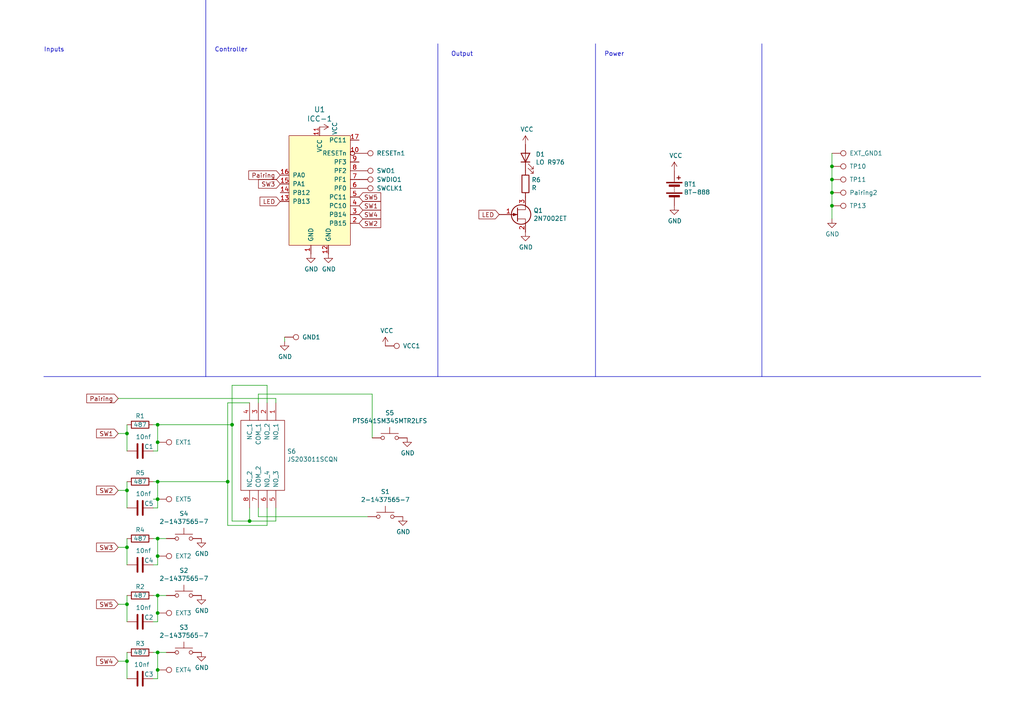
<source format=kicad_sch>
(kicad_sch (version 20230121) (generator eeschema)
  (paper "A4")
  (title_block (title "Svagstrømstryk til IKEA TRÅDFRI") (date "2020-02-19") (rev "3") (company "Filename: IKEA_Button2") (comment 1 "Design: Per Mejdal Rasmussen") (comment 2 "License: CC BY-NC-SA 4.0") (comment 3 "Webpage: https://www.thingiverse.com/thing:3655354"))
  (lib_symbols
    (symbol "Connector:TestPoint" (pin_numbers hide) (pin_names (offset 0.762) hide)
      (property "Reference" "TP" (at 0 6.858 0))
      (property "Value" "TestPoint" (at 0 5.08 0))
      (symbol "TestPoint_0_1"
        (circle (center 0 3.302) (radius 0.762))
      )
      (symbol "TestPoint_1_1"
        (pin passive line (at 0 0 90) (length 2.54) (name "1") (number "1"))
      )
    )
    (symbol "Device:Battery" (pin_numbers hide) (pin_names (offset 0) hide)
      (property "Reference" "BT" (at 2.54 2.54 0))
      (property "Value" "Battery" (at 2.54 0 0))
      (symbol "Battery_0_1"
        (rectangle (start -2.286 -1.27) (end 2.286 -1.524) (fill (type outline)))
        (rectangle (start -2.286 1.778) (end 2.286 1.524) (fill (type outline)))
        (rectangle (start -1.524 -2.032) (end 1.524 -2.54) (fill (type outline)))
        (rectangle (start -1.524 1.016) (end 1.524 0.508) (fill (type outline)))
        (polyline (pts (xy 0 -1.016) (xy 0 -0.762)))
        (polyline (pts (xy 0 -0.508) (xy 0 -0.254)))
        (polyline (pts (xy 0 0) (xy 0 0.254)))
        (polyline (pts (xy 0 1.778) (xy 0 2.54)))
        (polyline (pts (xy 0.762 3.048) (xy 1.778 3.048)) (stroke (width 0.254)))
        (polyline (pts (xy 1.27 3.556) (xy 1.27 2.54)) (stroke (width 0.254)))
      )
      (symbol "Battery_1_1"
        (pin passive line (at 0 5.08 270) (length 2.54) (name "+") (number "1"))
        (pin passive line (at 0 -5.08 90) (length 2.54) (name "-") (number "2"))
      )
    )
    (symbol "Device:C" (pin_numbers hide) (pin_names (offset 0.254))
      (property "Reference" "C" (at 0.635 2.54 0))
      (property "Value" "C" (at 0.635 -2.54 0))
      (symbol "C_0_1"
        (polyline (pts (xy -2.032 -0.762) (xy 2.032 -0.762)) (stroke (width 0.508)))
        (polyline (pts (xy -2.032 0.762) (xy 2.032 0.762)) (stroke (width 0.508)))
      )
      (symbol "C_1_1"
        (pin passive line (at 0 3.81 270) (length 2.794) (name "~") (number "1"))
        (pin passive line (at 0 -3.81 90) (length 2.794) (name "~") (number "2"))
      )
    )
    (symbol "Device:LED" (pin_numbers hide) (pin_names (offset 1.016) hide)
      (property "Reference" "D" (at 0 2.54 0))
      (property "Value" "LED" (at 0 -2.54 0))
      (symbol "LED_0_1"
        (polyline (pts (xy -1.27 -1.27) (xy -1.27 1.27)) (stroke (width 0.254)))
        (polyline (pts (xy -1.27 0) (xy 1.27 0)))
        (polyline (pts (xy 1.27 -1.27) (xy 1.27 1.27) (xy -1.27 0) (xy 1.27 -1.27)) (stroke (width 0.254)))
        (polyline (pts (xy -3.048 -0.762) (xy -4.572 -2.286) (xy -3.81 -2.286) (xy -4.572 -2.286) (xy -4.572 -1.524)))
        (polyline (pts (xy -1.778 -0.762) (xy -3.302 -2.286) (xy -2.54 -2.286) (xy -3.302 -2.286) (xy -3.302 -1.524)))
      )
      (symbol "LED_1_1"
        (pin passive line (at -3.81 0 0) (length 2.54) (name "K") (number "1"))
        (pin passive line (at 3.81 0 180) (length 2.54) (name "A") (number "2"))
      )
    )
    (symbol "Device:Q_NJFET_GSD" (pin_names (offset 0) hide)
      (property "Reference" "Q" (at 5.08 1.27 0))
      (property "Value" "Q_NJFET_GSD" (at 5.08 -1.27 0))
      (symbol "Q_NJFET_GSD_0_1"
        (polyline (pts (xy 0.254 1.905) (xy 0.254 -1.905) (xy 0.254 -1.905)) (stroke (width 0.254)))
        (polyline (pts (xy 2.54 -2.54) (xy 2.54 -1.27) (xy 0.254 -1.27)))
        (polyline (pts (xy 2.54 2.54) (xy 2.54 1.397) (xy 0.254 1.397)))
        (polyline (pts (xy 0 0) (xy -1.016 0.381) (xy -1.016 -0.381) (xy 0 0)) (fill (type outline)))
        (circle (center 1.27 0) (radius 2.8194) (stroke (width 0.254)))
      )
      (symbol "Q_NJFET_GSD_1_1"
        (pin input line (at -5.08 0 0) (length 5.334) (name "G") (number "1"))
        (pin passive line (at 2.54 -5.08 90) (length 2.54) (name "S") (number "2"))
        (pin passive line (at 2.54 5.08 270) (length 2.54) (name "D") (number "3"))
      )
    )
    (symbol "Device:R" (pin_numbers hide) (pin_names (offset 0))
      (property "Reference" "R" (at 2.032 0 90))
      (property "Value" "R" (at 0 0 90))
      (symbol "R_0_1"
        (rectangle (start -1.016 -2.54) (end 1.016 2.54) (stroke (width 0.254)))
      )
      (symbol "R_1_1"
        (pin passive line (at 0 3.81 270) (length 1.27) (name "~") (number "1"))
        (pin passive line (at 0 -3.81 90) (length 1.27) (name "~") (number "2"))
      )
    )
    (symbol "JS203011SCQN:JS203011SCQN" (pin_names (offset 0.762))
      (property "Reference" "S" (at 26.67 7.62 0))
      (property "Value" "JS203011SCQN" (at 26.67 5.08 0))
      (symbol "JS203011SCQN_0_0"
        (pin bidirectional line (at 0 0 0) (length 5.08) (name "NO_1") (number "1"))
        (pin bidirectional line (at 0 -2.54 0) (length 5.08) (name "NO_2") (number "2"))
        (pin bidirectional line (at 0 -5.08 0) (length 5.08) (name "COM_1") (number "3"))
        (pin bidirectional line (at 0 -7.62 0) (length 5.08) (name "NC_1") (number "4"))
        (pin bidirectional line (at 30.48 0 180) (length 5.08) (name "NO_3") (number "5"))
        (pin bidirectional line (at 30.48 -2.54 180) (length 5.08) (name "NO_4") (number "6"))
        (pin bidirectional line (at 30.48 -5.08 180) (length 5.08) (name "COM_2") (number "7"))
        (pin bidirectional line (at 30.48 -7.62 180) (length 5.08) (name "NC_2") (number "8"))
      )
      (symbol "JS203011SCQN_0_1"
        (polyline (pts (xy 5.08 2.54) (xy 25.4 2.54) (xy 25.4 -10.16) (xy 5.08 -10.16) (xy 5.08 2.54)) (stroke (width 0.1524)))
      )
    )
    (symbol "Switch:SW_Push" (pin_numbers hide) (pin_names (offset 1.016) hide)
      (property "Reference" "SW" (at 1.27 2.54 0))
      (property "Value" "SW_Push" (at 0 -1.524 0))
      (symbol "SW_Push_0_1"
        (circle (center -2.032 0) (radius 0.508))
        (polyline (pts (xy 0 1.27) (xy 0 3.048)))
        (polyline (pts (xy 2.54 1.27) (xy -2.54 1.27)))
        (circle (center 2.032 0) (radius 0.508))
        (pin passive line (at -5.08 0 0) (length 2.54) (name "1") (number "1"))
        (pin passive line (at 5.08 0 180) (length 2.54) (name "2") (number "2"))
      )
    )
    (symbol "icc-1:ICC-1" (pin_names (offset 1.016))
      (property "Reference" "M" (at -6.35 17.78 0))
      (property "Value" "ICC-1" (at 11.43 -16.51 0))
      (symbol "ICC-1_0_1"
        (rectangle (start -8.89 16.51) (end 8.89 -15.24) (fill (type background)))
      )
      (symbol "ICC-1_1_1"
        (pin power_in line (at -2.54 -17.78 90) (length 2.54) (name "GND") (number "1"))
        (pin input inverted (at 11.43 11.43 180) (length 2.54) (name "RESETn") (number "10"))
        (pin power_in line (at 0 19.05 270) (length 2.54) (name "VCC") (number "11"))
        (pin power_in line (at 2.54 -17.78 90) (length 2.54) (name "GND") (number "12"))
        (pin bidirectional line (at -11.43 -2.54 0) (length 2.54) (name "PB13") (number "13"))
        (pin bidirectional line (at -11.43 0 0) (length 2.54) (name "PB12") (number "14"))
        (pin bidirectional line (at -11.43 2.54 0) (length 2.54) (name "PA1") (number "15"))
        (pin bidirectional line (at -11.43 5.08 0) (length 2.54) (name "PA0") (number "16"))
        (pin bidirectional line (at 11.43 15.24 180) (length 2.54) (name "PC11") (number "17"))
        (pin bidirectional line (at 11.43 -8.89 180) (length 2.54) (name "PB15") (number "2"))
        (pin bidirectional line (at 11.43 -6.35 180) (length 2.54) (name "PB14") (number "3"))
        (pin bidirectional line (at 11.43 -3.81 180) (length 2.54) (name "PC10") (number "4"))
        (pin bidirectional line (at 11.43 -1.27 180) (length 2.54) (name "PC11") (number "5"))
        (pin bidirectional line (at 11.43 1.27 180) (length 2.54) (name "PF0") (number "6"))
        (pin bidirectional line (at 11.43 3.81 180) (length 2.54) (name "PF1") (number "7"))
        (pin bidirectional line (at 11.43 6.35 180) (length 2.54) (name "PF2") (number "8"))
        (pin bidirectional line (at 11.43 8.89 180) (length 2.54) (name "PF3") (number "9"))
      )
    )
    (symbol "power:GND" (power) (pin_names (offset 0))
      (property "Value" "GND" (at 0 -3.81 0))
      (symbol "GND_0_1"
        (polyline (pts (xy 0 0) (xy 0 -1.27) (xy 1.27 -1.27) (xy 0 -2.54) (xy -1.27 -1.27) (xy 0 -1.27)))
      )
      (symbol "GND_1_1"
        (pin power_in line (at 0 0 270) (length 0) hide (name "GND") (number "1"))
      )
    )
    (symbol "power:VCC" (power) (pin_names (offset 0))
      (property "Value" "VCC" (at 0 3.81 0))
      (symbol "VCC_0_1"
        (polyline (pts (xy -0.762 1.27) (xy 0 2.54)))
        (polyline (pts (xy 0 0) (xy 0 2.54)))
        (polyline (pts (xy 0 2.54) (xy 0.762 1.27)))
      )
      (symbol "VCC_1_1"
        (pin power_in line (at 0 0 90) (length 0) hide (name "VCC") (number "1"))
      )
    )
  )
  (junction (at 45.72 144.78))
  (junction (at 45.72 161.29))
  (junction (at 45.72 128.27))
  (junction (at 241.3 59.69))
  (junction (at 67.31 123.19))
  (junction (at 36.83 191.77))
  (junction (at 45.72 194.31))
  (junction (at 241.3 48.26))
  (junction (at 45.72 139.7))
  (junction (at 66.04 139.7))
  (junction (at 36.83 125.73))
  (junction (at 241.3 52.07))
  (junction (at 72.39 151.13))
  (junction (at 45.72 156.21))
  (junction (at 241.3 55.88))
  (junction (at 36.83 175.26))
  (junction (at 45.72 189.23))
  (junction (at 45.72 172.72))
  (junction (at 45.72 177.8))
  (junction (at 36.83 142.24))
  (junction (at 36.83 158.75))
  (junction (at 45.72 123.19))
  (wire (pts (xy 48.26 156.21) (xy 45.72 156.21)))
  (wire (pts (xy 36.83 175.26) (xy 36.83 172.72)))
  (wire (pts (xy 67.31 123.19) (xy 67.31 151.13)))
  (wire (pts (xy 48.26 189.23) (xy 45.72 189.23)))
  (wire (pts (xy 45.72 139.7) (xy 66.04 139.7)))
  (wire (pts (xy 44.45 180.34) (xy 45.72 180.34)))
  (wire (pts (xy 74.93 114.3) (xy 74.93 116.84)))
  (wire (pts (xy 67.31 123.19) (xy 67.31 111.76)))
  (wire (pts (xy 36.83 191.77) (xy 36.83 196.85)))
  (wire (pts (xy 34.29 115.57) (xy 80.01 115.57)))
  (wire (pts (xy 72.39 151.13) (xy 80.01 151.13)))
  (wire (pts (xy 45.72 147.32) (xy 45.72 144.78)))
  (wire (pts (xy 66.04 139.7) (xy 66.04 116.84)))
  (wire (pts (xy 36.83 191.77) (xy 36.83 189.23)))
  (wire (pts (xy 45.72 156.21) (xy 45.72 161.29)))
  (wire (pts (xy 44.45 189.23) (xy 45.72 189.23)))
  (wire (pts (xy 74.93 114.3) (xy 107.95 114.3)))
  (wire (pts (xy 77.47 152.4) (xy 77.47 147.32)))
  (wire (pts (xy 44.45 163.83) (xy 45.72 163.83)))
  (wire (pts (xy 80.01 151.13) (xy 80.01 147.32)))
  (wire (pts (xy 77.47 111.76) (xy 77.47 116.84)))
  (wire (pts (xy 241.3 52.07) (xy 241.3 55.88)))
  (wire (pts (xy 45.72 123.19) (xy 67.31 123.19)))
  (wire (pts (xy 66.04 116.84) (xy 72.39 116.84)))
  (wire (pts (xy 44.45 196.85) (xy 45.72 196.85)))
  (wire (pts (xy 45.72 196.85) (xy 45.72 194.31)))
  (wire (pts (xy 106.68 149.86) (xy 74.93 149.86)))
  (wire (pts (xy 74.93 149.86) (xy 74.93 147.32)))
  (wire (pts (xy 36.83 139.7) (xy 36.83 142.24)))
  (wire (pts (xy 82.55 99.06) (xy 82.55 97.79)))
  (wire (pts (xy 241.3 52.07) (xy 241.3 48.26)))
  (wire (pts (xy 45.72 189.23) (xy 45.72 194.31)))
  (wire (pts (xy 72.39 151.13) (xy 72.39 147.32)))
  (wire (pts (xy 45.72 123.19) (xy 45.72 128.27)))
  (wire (pts (xy 241.3 55.88) (xy 241.3 59.69)))
  (wire (pts (xy 44.45 172.72) (xy 45.72 172.72)))
  (wire (pts (xy 66.04 139.7) (xy 66.04 152.4)))
  (polyline (pts (xy 220.98 109.22) (xy 220.98 12.7)))
  (wire (pts (xy 80.01 115.57) (xy 80.01 116.84)))
  (polyline (pts (xy 59.69 -3.81) (xy 59.69 109.22)))
  (wire (pts (xy 241.3 44.45) (xy 241.3 48.26)))
  (polyline (pts (xy 172.72 109.22) (xy 172.72 12.7)))
  (wire (pts (xy 45.72 180.34) (xy 45.72 177.8)))
  (wire (pts (xy 34.29 191.77) (xy 36.83 191.77)))
  (wire (pts (xy 241.3 63.5) (xy 241.3 59.69)))
  (wire (pts (xy 44.45 130.81) (xy 45.72 130.81)))
  (wire (pts (xy 44.45 144.78) (xy 45.72 144.78)))
  (polyline (pts (xy 127 12.7) (xy 127 109.22)))
  (wire (pts (xy 36.83 123.19) (xy 36.83 125.73)))
  (wire (pts (xy 36.83 125.73) (xy 36.83 130.81)))
  (wire (pts (xy 66.04 152.4) (xy 77.47 152.4)))
  (wire (pts (xy 44.45 139.7) (xy 45.72 139.7)))
  (wire (pts (xy 36.83 175.26) (xy 36.83 180.34)))
  (wire (pts (xy 44.45 123.19) (xy 45.72 123.19)))
  (wire (pts (xy 34.29 158.75) (xy 36.83 158.75)))
  (wire (pts (xy 45.72 130.81) (xy 45.72 128.27)))
  (wire (pts (xy 48.26 172.72) (xy 45.72 172.72)))
  (wire (pts (xy 34.29 175.26) (xy 36.83 175.26)))
  (wire (pts (xy 45.72 139.7) (xy 45.72 144.78)))
  (polyline (pts (xy 12.7 109.22) (xy 284.48 109.22)))
  (wire (pts (xy 45.72 172.72) (xy 45.72 177.8)))
  (wire (pts (xy 34.29 125.73) (xy 36.83 125.73)))
  (wire (pts (xy 107.95 127) (xy 107.95 114.3)))
  (wire (pts (xy 67.31 111.76) (xy 77.47 111.76)))
  (wire (pts (xy 67.31 151.13) (xy 72.39 151.13)))
  (wire (pts (xy 36.83 158.75) (xy 36.83 163.83)))
  (wire (pts (xy 36.83 158.75) (xy 36.83 156.21)))
  (wire (pts (xy 45.72 163.83) (xy 45.72 161.29)))
  (wire (pts (xy 34.29 142.24) (xy 36.83 142.24)))
  (wire (pts (xy 36.83 142.24) (xy 36.83 147.32)))
  (wire (pts (xy 44.45 147.32) (xy 45.72 147.32)))
  (wire (pts (xy 44.45 156.21) (xy 45.72 156.21)))
  (text "Output" (at 130.81 16.51 0) (effects (font (size 1.27 1.27)) (justify left bottom)))
  (text "Inputs" (at 12.7 15.24 0) (effects (font (size 1.27 1.27)) (justify left bottom)))
  (text "Power" (at 175.26 16.51 0) (effects (font (size 1.27 1.27)) (justify left bottom)))
  (text "Controller" (at 62.23 15.24 0) (effects (font (size 1.27 1.27)) (justify left bottom)))
  (global_label "SW2" (shape input) (at 104.14 64.77 0) (property "Intersheetrefs" "${INTERSHEET_REFS}" (effects hide)))
  (global_label "SW5" (shape input) (at 34.29 175.26 180) (property "Intersheetrefs" "${INTERSHEET_REFS}" (effects hide)))
  (global_label "SW3" (shape input) (at 81.28 53.34 180) (property "Intersheetrefs" "${INTERSHEET_REFS}" (effects hide)))
  (global_label "Pairing" (shape input) (at 34.29 115.57 180) (property "Intersheetrefs" "${INTERSHEET_REFS}" (effects hide)))
  (global_label "SW5" (shape input) (at 104.14 57.15 0) (property "Intersheetrefs" "${INTERSHEET_REFS}" (effects hide)))
  (global_label "Pairing" (shape input) (at 81.28 50.8 180) (property "Intersheetrefs" "${INTERSHEET_REFS}" (effects hide)))
  (global_label "SW4" (shape input) (at 104.14 62.23 0) (property "Intersheetrefs" "${INTERSHEET_REFS}" (effects hide)))
  (global_label "SW4" (shape input) (at 34.29 191.77 180) (property "Intersheetrefs" "${INTERSHEET_REFS}" (effects hide)))
  (global_label "SW3" (shape input) (at 34.29 158.75 180) (property "Intersheetrefs" "${INTERSHEET_REFS}" (effects hide)))
  (global_label "SW1" (shape input) (at 104.14 59.69 0) (property "Intersheetrefs" "${INTERSHEET_REFS}" (effects hide)))
  (global_label "SW1" (shape input) (at 34.29 125.73 180) (property "Intersheetrefs" "${INTERSHEET_REFS}" (effects hide)))
  (global_label "LED" (shape input) (at 144.78 62.23 180) (property "Intersheetrefs" "${INTERSHEET_REFS}" (effects hide)))
  (global_label "LED" (shape input) (at 81.28 58.42 180) (property "Intersheetrefs" "${INTERSHEET_REFS}" (effects hide)))
  (global_label "SW2" (shape input) (at 34.29 142.24 180) (property "Intersheetrefs" "${INTERSHEET_REFS}" (effects hide)))
  (symbol (lib_id "power:GND") (at 82.55 99.06 0) (unit 1)
    (property "Reference" "#PWR07" (effects hide))
    (property "Value" "GND" (at 82.677 103.4542 0))
  )
  (symbol (lib_id "power:GND") (at 95.25 73.66 0) (unit 1)
    (property "Reference" "#PWR06" (effects hide))
    (property "Value" "GND" (at 95.377 78.0542 0))
  )
  (symbol (lib_id "Switch:SW_Push") (at 113.03 127 0) (unit 1)
    (property "Reference" "S5" (at 113.03 119.761 0))
    (property "Value" "PTS641SM34SMTR2LFS" (at 113.03 122.0724 0))
    (property "Footprint" "PTS641SM34SMTR2LFS:PTS641" (effects hide))
  )
  (symbol (lib_id "power:GND") (at 118.11 127 0) (unit 1)
    (property "Reference" "#PWR03" (effects hide))
    (property "Value" "GND" (at 118.237 131.3942 0))
  )
  (symbol (lib_id "power:VCC") (at 92.71 36.83 270) (unit 1)
    (property "Reference" "#PWR04" (effects hide))
    (property "Value" "VCC" (at 97.1042 37.2618 0))
  )
  (symbol (lib_id "Device:Q_NJFET_GSD") (at 149.86 62.23 0) (unit 1)
    (property "Reference" "Q1" (at 154.7114 61.0616 0) (effects (justify left)))
    (property "Value" "2N7002ET" (at 154.7114 63.373 0) (effects (justify left)))
    (property "Footprint" "Package_TO_SOT_SMD:SOT-23_Handsoldering" (effects hide))
  )
  (symbol (lib_id "power:GND") (at 152.4 67.31 0) (unit 1)
    (property "Reference" "#PWR08" (effects hide))
    (property "Value" "GND" (at 152.527 71.7042 0))
  )
  (symbol (lib_id "Device:R") (at 152.4 53.34 0) (unit 1)
    (property "Reference" "R6" (at 154.178 52.1716 0) (effects (justify left)))
    (property "Value" "R" (at 154.178 54.483 0) (effects (justify left)))
    (property "Footprint" "Resistor_SMD:R_0805_2012Metric_Pad1.15x1.40mm_HandSolder" (effects hide))
  )
  (symbol (lib_id "Device:LED") (at 152.4 45.72 90) (unit 1)
    (property "Reference" "D1" (at 155.3718 44.7548 90) (effects (justify right)))
    (property "Value" "LO R976" (at 155.3718 47.0662 90) (effects (justify right)))
    (property "Footprint" "LED_SMD:LED_0805_2012Metric_Pad1.15x1.40mm_HandSolder" (effects hide))
  )
  (symbol (lib_id "power:VCC") (at 152.4 41.91 0) (unit 1)
    (property "Reference" "#PWR01" (effects hide))
    (property "Value" "VCC" (at 152.8318 37.5158 0))
  )
  (symbol (lib_id "Device:Battery") (at 195.58 54.61 0) (unit 1)
    (property "Reference" "BT1" (at 198.3232 53.4416 0) (effects (justify left)))
    (property "Value" "BT-888" (at 198.3232 55.753 0) (effects (justify left)))
    (property "Footprint" "Peters Footprints:BK-888_CR2032_Batteryholder" (effects hide))
  )
  (symbol (lib_id "power:GND") (at 195.58 59.69 0) (unit 1)
    (property "Reference" "#PWR05" (effects hide))
    (property "Value" "GND" (at 195.707 64.0842 0))
  )
  (symbol (lib_id "power:VCC") (at 195.58 49.53 0) (unit 1)
    (property "Reference" "#PWR02" (effects hide))
    (property "Value" "VCC" (at 196.0118 45.1358 0))
  )
  (symbol (lib_id "Device:R") (at 40.64 123.19 270) (unit 1)
    (property "Reference" "R1" (at 40.64 120.65 90))
    (property "Value" "487" (at 40.64 123.19 90))
    (property "Footprint" "Resistor_SMD:R_0805_2012Metric_Pad1.15x1.40mm_HandSolder" (effects hide))
  )
  (symbol (lib_id "Device:C") (at 40.64 130.81 270) (unit 1)
    (property "Reference" "C1" (at 43.18 129.54 90))
    (property "Value" "  10nf" (at 40.64 126.7206 90))
    (property "Footprint" "Capacitor_SMD:C_0805_2012Metric_Pad1.15x1.40mm_HandSolder" (effects hide))
  )
  (symbol (lib_id "power:GND") (at 116.84 149.86 0) (unit 1)
    (property "Reference" "#PWR09" (effects hide))
    (property "Value" "GND" (at 116.967 154.2542 0))
  )
  (symbol (lib_id "Device:R") (at 40.64 156.21 270) (unit 1)
    (property "Reference" "R4" (at 40.64 153.67 90))
    (property "Value" "487" (at 40.64 156.21 90))
    (property "Footprint" "Resistor_SMD:R_0805_2012Metric_Pad1.15x1.40mm_HandSolder" (effects hide))
  )
  (symbol (lib_id "Device:C") (at 40.64 163.83 270) (unit 1)
    (property "Reference" "C4" (at 43.18 162.56 90))
    (property "Value" "  10nf" (at 40.64 159.7406 90))
    (property "Footprint" "Capacitor_SMD:C_0805_2012Metric_Pad1.15x1.40mm_HandSolder" (effects hide))
  )
  (symbol (lib_id "power:GND") (at 58.42 156.21 0) (unit 1)
    (property "Reference" "#PWR011" (effects hide))
    (property "Value" "GND" (at 58.547 160.6042 0))
  )
  (symbol (lib_id "Device:R") (at 40.64 172.72 270) (unit 1)
    (property "Reference" "R2" (at 40.64 170.18 90))
    (property "Value" "487" (at 40.64 172.72 90))
    (property "Footprint" "Resistor_SMD:R_0805_2012Metric_Pad1.15x1.40mm_HandSolder" (effects hide))
  )
  (symbol (lib_id "Device:C") (at 40.64 180.34 270) (unit 1)
    (property "Reference" "C2" (at 43.18 179.07 90))
    (property "Value" "  10nf" (at 40.64 176.2506 90))
    (property "Footprint" "Capacitor_SMD:C_0805_2012Metric_Pad1.15x1.40mm_HandSolder" (effects hide))
  )
  (symbol (lib_id "power:GND") (at 58.42 172.72 0) (unit 1)
    (property "Reference" "#PWR010" (effects hide))
    (property "Value" "GND" (at 58.547 177.1142 0))
  )
  (symbol (lib_id "Device:R") (at 40.64 189.23 270) (unit 1)
    (property "Reference" "R3" (at 40.64 186.69 90))
    (property "Value" "487" (at 40.64 189.23 90))
    (property "Footprint" "Resistor_SMD:R_0805_2012Metric_Pad1.15x1.40mm_HandSolder" (effects hide))
  )
  (symbol (lib_id "Device:C") (at 40.64 196.85 270) (unit 1)
    (property "Reference" "C3" (at 43.18 195.58 90))
    (property "Value" " 10nf" (at 40.64 192.7606 90))
    (property "Footprint" "Capacitor_SMD:C_0805_2012Metric_Pad1.15x1.40mm_HandSolder" (effects hide))
  )
  (symbol (lib_id "power:GND") (at 58.42 189.23 0) (unit 1)
    (property "Reference" "#PWR012" (effects hide))
    (property "Value" "GND" (at 58.547 193.6242 0))
  )
  (symbol (lib_id "Switch:SW_Push") (at 111.76 149.86 0) (unit 1)
    (property "Reference" "S1" (at 111.76 142.621 0))
    (property "Value" "2-1437565-7" (at 111.76 144.9324 0))
    (property "Footprint" "2-1437565-7:push-switch" (effects hide))
  )
  (symbol (lib_id "Switch:SW_Push") (at 53.34 156.21 0) (unit 1)
    (property "Reference" "S4" (at 53.34 148.971 0))
    (property "Value" "2-1437565-7" (at 53.34 151.2824 0))
    (property "Footprint" "2-1437565-7:push-switch" (effects hide))
  )
  (symbol (lib_id "Switch:SW_Push") (at 53.34 189.23 0) (unit 1)
    (property "Reference" "S3" (at 53.34 181.991 0))
    (property "Value" "2-1437565-7" (at 53.34 184.3024 0))
    (property "Footprint" "2-1437565-7:push-switch" (effects hide))
  )
  (symbol (lib_id "Switch:SW_Push") (at 53.34 172.72 0) (unit 1)
    (property "Reference" "S2" (at 53.34 165.481 0))
    (property "Value" "2-1437565-7" (at 53.34 167.7924 0))
    (property "Footprint" "2-1437565-7:push-switch" (effects hide))
  )
  (symbol (lib_id "Connector:TestPoint") (at 104.14 54.61 270) (unit 1)
    (property "Reference" "SWCLK1" (at 109.22 54.61 90) (effects (justify left)))
    (property "Value" "SW2_TP" (effects hide))
    (property "Footprint" "Connector_PinHeader_2.54mm:PinHeader_1x01_P2.54mm_Vertical_nosilk" (effects hide))
  )
  (symbol (lib_id "Connector:TestPoint") (at 104.14 52.07 270) (unit 1)
    (property "Reference" "SWDIO1" (at 109.22 52.07 90) (effects (justify left)))
    (property "Value" "SW2_TP" (effects hide))
    (property "Footprint" "Connector_PinHeader_2.54mm:PinHeader_1x01_P2.54mm_Vertical_nosilk" (effects hide))
  )
  (symbol (lib_id "Connector:TestPoint") (at 104.14 49.53 270) (unit 1)
    (property "Reference" "SWO1" (at 109.22 49.53 90) (effects (justify left)))
    (property "Value" "SW2_TP" (effects hide))
    (property "Footprint" "Connector_PinHeader_2.54mm:PinHeader_1x01_P2.54mm_Vertical_nosilk" (effects hide))
  )
  (symbol (lib_id "Connector:TestPoint") (at 104.14 44.45 270) (unit 1)
    (property "Reference" "RESETn1" (at 109.22 44.45 90) (effects (justify left)))
    (property "Value" "SW2_TP" (effects hide))
    (property "Footprint" "Connector_PinHeader_2.54mm:PinHeader_1x01_P2.54mm_Vertical_nosilk" (effects hide))
  )
  (symbol (lib_id "Connector:TestPoint") (at 111.76 100.33 270) (unit 1)
    (property "Reference" "VCC1" (at 116.84 100.33 90) (effects (justify left)))
    (property "Value" "SW2_TP" (effects hide))
    (property "Footprint" "Connector_PinHeader_2.54mm:PinHeader_1x01_P2.54mm_Vertical_nosilk" (effects hide))
  )
  (symbol (lib_id "power:VCC") (at 111.76 100.33 0) (unit 1)
    (property "Reference" "#PWR0102" (effects hide))
    (property "Value" "VCC" (at 112.1918 95.9358 0))
  )
  (symbol (lib_id "Connector:TestPoint") (at 241.3 48.26 270) (unit 1)
    (property "Reference" "TP10" (at 246.38 48.26 90) (effects (justify left)))
    (property "Value" "SW2_TP" (effects hide))
    (property "Footprint" "Connector_PinHeader_2.54mm:PinHeader_1x01_P2.54mm_Vertical_nosilk" (effects hide))
  )
  (symbol (lib_id "Connector:TestPoint") (at 241.3 52.07 270) (unit 1)
    (property "Reference" "TP11" (at 246.38 52.07 90) (effects (justify left)))
    (property "Value" "SW2_TP" (effects hide))
    (property "Footprint" "Connector_PinHeader_2.54mm:PinHeader_1x01_P2.54mm_Vertical_nosilk" (effects hide))
  )
  (symbol (lib_id "Connector:TestPoint") (at 241.3 59.69 270) (unit 1)
    (property "Reference" "TP13" (at 246.38 59.69 90) (effects (justify left)))
    (property "Value" "SW2_TP" (effects hide))
    (property "Footprint" "Connector_PinHeader_2.54mm:PinHeader_1x01_P2.54mm_Vertical_nosilk" (effects hide))
  )
  (symbol (lib_id "power:GND") (at 241.3 63.5 0) (unit 1)
    (property "Reference" "#PWR0103" (effects hide))
    (property "Value" "GND" (at 241.427 67.8942 0))
  )
  (symbol (lib_id "Connector:TestPoint") (at 45.72 128.27 270) (unit 1)
    (property "Reference" "EXT1" (at 50.8 128.27 90) (effects (justify left)))
    (property "Value" "SW2_TP" (effects hide))
    (property "Footprint" "Connector_PinHeader_2.54mm:PinHeader_1x01_P2.54mm_Vertical_nosilk" (effects hide))
  )
  (symbol (lib_id "Connector:TestPoint") (at 45.72 161.29 270) (unit 1)
    (property "Reference" "EXT2" (at 50.8 161.29 90) (effects (justify left)))
    (property "Value" "SW2_TP" (effects hide))
    (property "Footprint" "Connector_PinHeader_2.54mm:PinHeader_1x01_P2.54mm_Vertical_nosilk" (effects hide))
  )
  (symbol (lib_id "Connector:TestPoint") (at 45.72 177.8 270) (unit 1)
    (property "Reference" "EXT3" (at 50.8 177.8 90) (effects (justify left)))
    (property "Value" "SW2_TP" (effects hide))
    (property "Footprint" "Connector_PinHeader_2.54mm:PinHeader_1x01_P2.54mm_Vertical_nosilk" (effects hide))
  )
  (symbol (lib_id "Connector:TestPoint") (at 45.72 194.31 270) (unit 1)
    (property "Reference" "EXT4" (at 50.8 194.31 90) (effects (justify left)))
    (property "Value" "SW2_TP" (effects hide))
    (property "Footprint" "Connector_PinHeader_2.54mm:PinHeader_1x01_P2.54mm_Vertical_nosilk" (effects hide))
  )
  (symbol (lib_id "Connector:TestPoint") (at 241.3 44.45 270) (unit 1)
    (property "Reference" "EXT_GND1" (at 246.38 44.45 90) (effects (justify left)))
    (property "Value" "SW2_TP" (effects hide))
    (property "Footprint" "Connector_PinHeader_2.54mm:PinHeader_1x01_P2.54mm_Vertical_nosilk" (effects hide))
  )
  (symbol (lib_id "Connector:TestPoint") (at 82.55 97.79 270) (unit 1)
    (property "Reference" "GND1" (at 87.63 97.79 90) (effects (justify left)))
    (property "Value" "SW2_TP" (effects hide))
    (property "Footprint" "Connector_PinHeader_2.54mm:PinHeader_1x01_P2.54mm_Vertical_nosilk" (effects hide))
  )
  (symbol (lib_id "Connector:TestPoint") (at 241.3 55.88 270) (unit 1)
    (property "Reference" "Pairing2" (at 246.38 55.88 90) (effects (justify left)))
    (property "Value" "SW2_TP" (effects hide))
    (property "Footprint" "Connector_PinHeader_2.54mm:PinHeader_1x01_P2.54mm_Vertical_nosilk" (effects hide))
  )
  (symbol (lib_id "Device:R") (at 40.64 139.7 270) (unit 1)
    (property "Reference" "R5" (at 40.64 137.16 90))
    (property "Value" "487" (at 40.64 139.7 90))
    (property "Footprint" "Resistor_SMD:R_0805_2012Metric_Pad1.15x1.40mm_HandSolder" (effects hide))
  )
  (symbol (lib_id "Device:C") (at 40.64 147.32 270) (unit 1)
    (property "Reference" "C5" (at 43.18 146.05 90))
    (property "Value" "  10nf" (at 40.64 143.2306 90))
    (property "Footprint" "Capacitor_SMD:C_0805_2012Metric_Pad1.15x1.40mm_HandSolder" (effects hide))
  )
  (symbol (lib_id "Connector:TestPoint") (at 45.72 144.78 270) (unit 1)
    (property "Reference" "EXT5" (at 50.8 144.78 90) (effects (justify left)))
    (property "Value" "SW2_TP" (effects hide))
    (property "Footprint" "Connector_PinHeader_2.54mm:PinHeader_1x01_P2.54mm_Vertical_nosilk" (effects hide))
  )
  (symbol (lib_id "icc-1:ICC-1") (at 92.71 55.88 0) (unit 1)
    (property "Reference" "U1" (at 92.71 31.75 0) (effects (font (size 1.524 1.524))))
    (property "Value" "ICC-1" (at 92.71 34.4424 0) (effects (font (size 1.524 1.524))))
    (property "Footprint" "icc-1:ICC-1_POLY_PCB2.0" (effects hide))
  )
  (symbol (lib_id "power:GND") (at 90.17 73.66 0) (unit 1)
    (property "Reference" "#PWR0104" (effects hide))
    (property "Value" "GND" (at 90.297 78.0542 0))
  )
  (symbol (lib_id "JS203011SCQN:JS203011SCQN") (at 80.01 116.84 270) (unit 1)
    (property "Reference" "S6" (at 83.2612 130.9116 90) (effects (justify left)))
    (property "Value" "JS203011SCQN" (at 83.2612 133.223 90) (effects (justify left)))
    (property "Footprint" "JS203011SCQN:JS203011SCQN" (effects hide))
    (property "Datasheet" "https://www.ckswitches.com/media/1422/js.pdf" (effects hide))
    (property "Description" "Through Hole Slide Switch DP3T On-On-On 300 mA Slide" (effects hide))
    (property "Height" "5.5" (effects hide))
    (property "Manufacturer_Name" "C & K COMPONENTS" (effects hide))
    (property "Manufacturer_Part_Number" "JS203011SCQN" (effects hide))
    (property "Mouser Part Number" "N/A" (effects hide))
    (property "Mouser Price/Stock" "https://www.mouser.com/Search/Refine.aspx?Keyword=N%2FA" (effects hide))
    (property "RS Part Number" "1542583" (effects hide))
    (property "RS Price/Stock" "https://uk.rs-online.com/web/p/products/1542583" (effects hide))
  )
)
</source>
